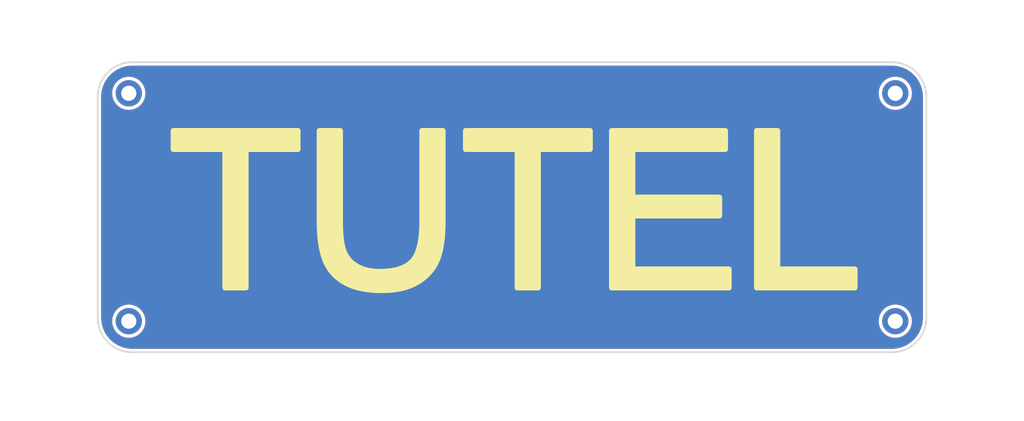
<source format=kicad_pcb>
(kicad_pcb (version 20211014) (generator pcbnew)
  (layers (0 "F.Cu" signal) (31 "B.Cu" signal) (34 "B.Paste" user) (35 "F.Paste" user) (36 "B.SilkS" user "B.Silkscreen") (37 "F.SilkS" user "F.Silkscreen") (38 "B.Mask" user) (39 "F.Mask" user) (44 "Edge.Cuts" user))
  (net 0 "")
  (footprint "MountingHole:MountingHole_2.2mm_M2_DIN965_Pad_TopBottom" (layer "F.Cu") (at 94.83 79.55)
    (fp_text reference "REF**" hide)
    (fp_text value "MountingHole_2.2mm_M2_DIN965_Pad_TopBottom")
    (pad "1" connect circle locked (at 0 0) (size 3.8 3.8) (layers "B.Cu" "B.Mask"))
    (pad "1" connect circle locked (at 0 0) (size 3.8 3.8) (layers "F.Cu" "F.Mask"))
    (pad "1" thru_hole circle locked (at 0 0) (size 2.6 2.6) (drill 2.2) (layers *.Cu *.Mask))
  )
  (footprint "MountingHole:MountingHole_2.2mm_M2_DIN965_Pad_TopBottom" (layer "F.Cu") (at 205.83 112.55)
    (fp_text reference "REF**" hide)
    (fp_text value "MountingHole_2.2mm_M2_DIN965_Pad_TopBottom")
    (pad "1" thru_hole circle locked (at 0 0) (size 2.6 2.6) (drill 2.2) (layers *.Cu *.Mask))
    (pad "1" connect circle locked (at 0 0) (size 3.8 3.8) (layers "F.Cu" "F.Mask"))
    (pad "1" connect circle locked (at 0 0) (size 3.8 3.8) (layers "B.Cu" "B.Mask"))
  )
  (footprint "MountingHole:MountingHole_2.2mm_M2_DIN965_Pad_TopBottom" (layer "F.Cu") (at 205.83 79.55)
    (fp_text reference "REF**" hide)
    (fp_text value "MountingHole_2.2mm_M2_DIN965_Pad_TopBottom")
    (pad "1" connect circle locked (at 0 0) (size 3.8 3.8) (layers "F.Cu" "F.Mask"))
    (pad "1" thru_hole circle locked (at 0 0) (size 2.6 2.6) (drill 2.2) (layers *.Cu *.Mask))
    (pad "1" connect circle locked (at 0 0) (size 3.8 3.8) (layers "B.Cu" "B.Mask"))
  )
  (footprint "MountingHole:MountingHole_2.2mm_M2_DIN965_Pad_TopBottom" (layer "F.Cu") (at 94.83 112.55)
    (fp_text reference "REF**" hide)
    (fp_text value "MountingHole_2.2mm_M2_DIN965_Pad_TopBottom")
    (pad "1" thru_hole circle locked (at 0 0) (size 2.6 2.6) (drill 2.2) (layers *.Cu *.Mask))
    (pad "1" connect circle locked (at 0 0) (size 3.8 3.8) (layers "F.Cu" "F.Mask"))
    (pad "1" connect circle locked (at 0 0) (size 3.8 3.8) (layers "B.Cu" "B.Mask"))
  )
  (gr_poly (pts (xy 151.102447 107.699846) (xy 151.102447 87.654649) (xy 143.614535 87.654649) (xy 143.614535 84.972658) (xy 161.628906 84.972658) (xy 161.628906 87.654649) (xy 154.11 87.654649) (xy 154.11 107.699846) (xy 151.102447 107.699846)) (layer "F.SilkS") (width 0.794999) (fill solid))
  (gr_poly (pts (xy 137.304858 84.972612) (xy 140.312411 84.972612) (xy 140.312411 98.103563) (xy 140.3003 98.938056) (xy 140.263967 99.728459) (xy 140.203412 100.474774) (xy 140.118634 101.177) (xy 140.009632 101.835139) (xy 139.946047 102.147676) (xy 139.876406 102.449192) (xy 139.800709 102.739687) (xy 139.718955 103.019161) (xy 139.631146 103.287613) (xy 139.53728 103.545045) (xy 139.435481 103.794061) (xy 139.323872 104.037263) (xy 139.202454 104.274652) (xy 139.071226 104.506228) (xy 138.930188 104.73199) (xy 138.77934 104.951939) (xy 138.618682 105.166074) (xy 138.448214 105.374395) (xy 138.267935 105.576902) (xy 138.077846 105.773595) (xy 137.877946 105.964474) (xy 137.668235 106.149539) (xy 137.448713 106.328789) (xy 137.21938 106.502225) (xy 136.980236 106.669845) (xy 136.73128 106.831651) (xy 136.474392 106.983713) (xy 136.207573 107.125965) (xy 135.930822 107.258406) (xy 135.64414 107.381036) (xy 135.347526 107.493857) (xy 135.04098 107.596866) (xy 134.724502 107.690065) (xy 134.398093 107.773454) (xy 134.061752 107.847033) (xy 133.715479 107.910801) (xy 133.359275 107.964758) (xy 132.993139 108.008905) (xy 132.617071 108.043242) (xy 132.231072 108.067768) (xy 131.835141 108.082483) (xy 131.429278 108.087389) (xy 131.034621 108.083089) (xy 130.649049 108.07019) (xy 130.27256 108.048692) (xy 129.905156 108.018595) (xy 129.546835 107.979899) (xy 129.197598 107.932604) (xy 128.857445 107.876709) (xy 128.526375 107.812215) (xy 128.204389 107.739123) (xy 127.891487 107.657431) (xy 127.587668 107.567139) (xy 127.292932 107.468249) (xy 127.007279 107.360759) (xy 126.73071 107.244671) (xy 126.463224 107.119983) (xy 126.204821 106.986696) (xy 125.955502 106.845294) (xy 125.715267 106.696262) (xy 125.484116 106.539599) (xy 125.262048 106.375306) (xy 125.049065 106.203382) (xy 124.845165 106.023828) (xy 124.650349 105.836642) (xy 124.464617 105.641826) (xy 124.287968 105.439379) (xy 124.120402 105.229301) (xy 123.96192 105.011592) (xy 123.812522 104.786252) (xy 123.672206 104.553281) (xy 123.540974 104.312679) (xy 123.418825 104.064445) (xy 123.305759 103.80858) (xy 123.200635 103.541033) (xy 123.102291 103.261618) (xy 123.01073 102.970333) (xy 122.925951 102.667178) (xy 122.847953 102.352155) (xy 122.776738 102.025263) (xy 122.712305 101.686502) (xy 122.654654 101.335872) (xy 122.603785 100.973374) (xy 122.559698 100.599006) (xy 122.522394 100.21277) (xy 122.491872 99.814666) (xy 122.468133 99.404693) (xy 122.451176 98.982851) (xy 122.441002 98.549141) (xy 122.437611 98.103563) (xy 122.437611 84.972612) (xy 125.445162 84.972612) (xy 125.445162 98.088045) (xy 125.45364 98.804079) (xy 125.479074 99.471669) (xy 125.521464 100.090816) (xy 125.580809 100.661518) (xy 125.65711 101.183775) (xy 125.750368 101.657586) (xy 125.803355 101.876325) (xy 125.860581 102.082952) (xy 125.922046 102.277467) (xy 125.98775 102.459871) (xy 126.06054 102.631796) (xy 126.139387 102.798756) (xy 126.224289 102.960751) (xy 126.315246 103.11778) (xy 126.412259 103.269843) (xy 126.515327 103.416941) (xy 126.624452 103.559073) (xy 126.739632 103.696239) (xy 126.860868 103.82844) (xy 126.98816 103.955674) (xy 127.121508 104.077943) (xy 127.260913 104.195245) (xy 127.406373 104.307582) (xy 127.55789 104.414952) (xy 127.715462 104.517356) (xy 127.879092 104.614793) (xy 128.04999 104.70678) (xy 128.225489 104.792832) (xy 128.405591 104.872949) (xy 128.590294 104.947131) (xy 128.779599 105.015377) (xy 128.973506 105.077689) (xy 129.172015 105.134066) (xy 129.375126 105.184509) (xy 129.58284 105.229017) (xy 129.795155 105.26759) (xy 130.012073 105.300229) (xy 130.233593 105.326933) (xy 130.459715 105.347703) (xy 130.69044 105.362538) (xy 130.925768 105.371439) (xy 131.165698 105.374406) (xy 131.572949 105.368532) (xy 131.965303 105.35091) (xy 132.34276 105.32154) (xy 132.70532 105.280421) (xy 133.052983 105.227554) (xy 133.385749 105.162939) (xy 133.703618 105.086575) (xy 134.00659 104.998462) (xy 134.294666 104.898601) (xy 134.567844 104.786991) (xy 134.826125 104.663633) (xy 135.069509 104.528526) (xy 135.297996 104.38167) (xy 135.511586 104.223064) (xy 135.71028 104.05271) (xy 135.894076 103.870607) (xy 136.064913 103.67179) (xy 136.224728 103.451294) (xy 136.373521 103.209119) (xy 136.511293 102.945266) (xy 136.638043 102.659733) (xy 136.753771 102.352521) (xy 136.858478 102.023631) (xy 136.952162 101.673061) (xy 137.034825 101.300812) (xy 137.106467 100.906884) (xy 137.167086 100.491276) (xy 137.216684 100.053989) (xy 137.25526 99.595022) (xy 137.282814 99.114376) (xy 137.299347 98.61205) (xy 137.304858 98.088045) (xy 137.304858 84.972612)) (layer "F.SilkS") (width 0.794999) (fill solid))
  (gr_poly (pts (xy 185.766876 107.699846) (xy 185.766876 84.972612) (xy 188.774429 84.972612) (xy 188.774429 105.017809) (xy 199.967523 105.017809) (xy 199.967523 107.6998) (xy 185.766876 107.699846)) (layer "F.SilkS") (width 0.794999) (fill solid))
  (gr_poly (pts (xy 164.775939 107.699846) (xy 164.775939 84.972612) (xy 181.209014 84.972612) (xy 181.209014 87.654604) (xy 167.783493 87.654604) (xy 167.783493 94.615404) (xy 180.356338 94.615404) (xy 180.356338 97.281877) (xy 167.783493 97.281877) (xy 167.783493 105.017809) (xy 181.736084 105.017809) (xy 181.736084 107.6998) (xy 164.775939 107.699846)) (layer "F.SilkS") (width 0.794999) (fill solid))
  (gr_poly (pts (xy 108.779591 107.699846) (xy 108.779591 87.654649) (xy 101.291677 87.654649) (xy 101.291677 84.972658) (xy 119.306004 84.972658) (xy 119.306004 87.654649) (xy 111.787144 87.654649) (xy 111.787144 107.699846) (xy 108.779591 107.699846)) (layer "F.SilkS") (width 0.794999) (fill solid))
  (gr_line (start 95.33 117.05) (end 205.33 117.05) (layer "Edge.Cuts") (width 0.25))
  (gr_arc (start 90.33 80.05) (mid 91.794466 76.514466) (end 95.33 75.05) (layer "Edge.Cuts") (width 0.25))
  (gr_arc (start 95.33 117.05) (mid 91.794466 115.585534) (end 90.33 112.05) (layer "Edge.Cuts") (width 0.25))
  (gr_line (start 210.33 112.05) (end 210.33 80.05) (layer "Edge.Cuts") (width 0.25))
  (gr_line (start 90.33 80.05) (end 90.33 112.05) (layer "Edge.Cuts") (width 0.25))
  (gr_arc (start 210.33 112.05) (mid 208.865534 115.585534) (end 205.33 117.05) (layer "Edge.Cuts") (width 0.25))
  (gr_arc (start 205.33 75.05) (mid 208.865534 76.514466) (end 210.33 80.05) (layer "Edge.Cuts") (width 0.25))
  (gr_line (start 205.33 75.05) (end 95.33 75.05) (layer "Edge.Cuts") (width 0.25))
  (zone (net 0) (net_name "") (layers F&B.Cu) (connect_pads (clearance 0.508)) (min_thickness 0.254) (fill yes (thermal_gap 0.508) (thermal_bridge_width 0.508))
    (polygon (pts (xy 218.44 127) (xy 81.28 127) (xy 81.28 66.04) (xy 218.44 66.04)))
  )
)
</source>
